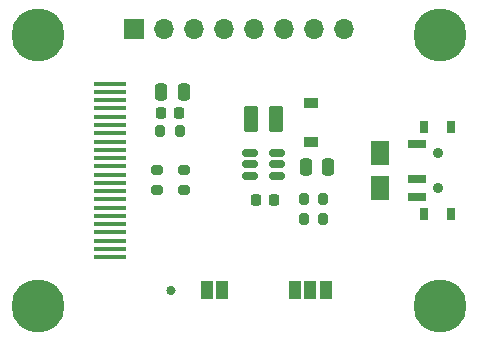
<source format=gbs>
%TF.GenerationSoftware,KiCad,Pcbnew,(6.0.1)*%
%TF.CreationDate,2022-01-22T22:46:41+08:00*%
%TF.ProjectId,PCB_OLED_OEL1M4033FPC_A1_E,5043425f-4f4c-4454-945f-4f454c314d34,0.9*%
%TF.SameCoordinates,Original*%
%TF.FileFunction,Soldermask,Bot*%
%TF.FilePolarity,Negative*%
%FSLAX46Y46*%
G04 Gerber Fmt 4.6, Leading zero omitted, Abs format (unit mm)*
G04 Created by KiCad (PCBNEW (6.0.1)) date 2022-01-22 22:46:41*
%MOMM*%
%LPD*%
G01*
G04 APERTURE LIST*
G04 Aperture macros list*
%AMRoundRect*
0 Rectangle with rounded corners*
0 $1 Rounding radius*
0 $2 $3 $4 $5 $6 $7 $8 $9 X,Y pos of 4 corners*
0 Add a 4 corners polygon primitive as box body*
4,1,4,$2,$3,$4,$5,$6,$7,$8,$9,$2,$3,0*
0 Add four circle primitives for the rounded corners*
1,1,$1+$1,$2,$3*
1,1,$1+$1,$4,$5*
1,1,$1+$1,$6,$7*
1,1,$1+$1,$8,$9*
0 Add four rect primitives between the rounded corners*
20,1,$1+$1,$2,$3,$4,$5,0*
20,1,$1+$1,$4,$5,$6,$7,0*
20,1,$1+$1,$6,$7,$8,$9,0*
20,1,$1+$1,$8,$9,$2,$3,0*%
%AMFreePoly0*
4,1,6,1.000000,0.000000,0.500000,-0.750000,-0.500000,-0.750000,-0.500000,0.750000,0.500000,0.750000,1.000000,0.000000,1.000000,0.000000,$1*%
G04 Aperture macros list end*
%ADD10C,0.381000*%
%ADD11C,3.100000*%
%ADD12C,4.500000*%
%ADD13RoundRect,0.225000X-0.225000X-0.250000X0.225000X-0.250000X0.225000X0.250000X-0.225000X0.250000X0*%
%ADD14RoundRect,0.250000X0.250000X0.475000X-0.250000X0.475000X-0.250000X-0.475000X0.250000X-0.475000X0*%
%ADD15R,1.000000X1.500000*%
%ADD16RoundRect,0.200000X0.275000X-0.200000X0.275000X0.200000X-0.275000X0.200000X-0.275000X-0.200000X0*%
%ADD17RoundRect,0.200000X0.200000X0.275000X-0.200000X0.275000X-0.200000X-0.275000X0.200000X-0.275000X0*%
%ADD18R,1.200000X0.900000*%
%ADD19R,1.700000X1.700000*%
%ADD20O,1.700000X1.700000*%
%ADD21R,0.800000X1.000000*%
%ADD22C,0.900000*%
%ADD23R,1.500000X0.700000*%
%ADD24RoundRect,0.250000X-0.250000X-0.475000X0.250000X-0.475000X0.250000X0.475000X-0.250000X0.475000X0*%
%ADD25R,2.800000X0.400000*%
%ADD26RoundRect,0.200000X-0.200000X-0.275000X0.200000X-0.275000X0.200000X0.275000X-0.200000X0.275000X0*%
%ADD27R,1.500000X1.500000*%
%ADD28FreePoly0,270.000000*%
%ADD29FreePoly0,90.000000*%
%ADD30RoundRect,0.250000X-0.375000X-0.850000X0.375000X-0.850000X0.375000X0.850000X-0.375000X0.850000X0*%
%ADD31RoundRect,0.150000X0.512500X0.150000X-0.512500X0.150000X-0.512500X-0.150000X0.512500X-0.150000X0*%
G04 APERTURE END LIST*
D10*
X103949500Y-57658000D02*
G75*
G03*
X103949500Y-57658000I-190500J0D01*
G01*
D11*
%TO.C,REF\u002A\u002A*%
X92500000Y-59000000D03*
D12*
X92500000Y-59000000D03*
%TD*%
D11*
%TO.C,REF\u002A\u002A*%
X126500000Y-59000000D03*
D12*
X126500000Y-59000000D03*
%TD*%
%TO.C,REF\u002A\u002A*%
X126500000Y-36000000D03*
D11*
X126500000Y-36000000D03*
%TD*%
%TO.C,REF\u002A\u002A*%
X92500000Y-36000000D03*
D12*
X92500000Y-36000000D03*
%TD*%
D13*
%TO.C,C2*%
X110924000Y-50038000D03*
X112474000Y-50038000D03*
%TD*%
D14*
%TO.C,C1*%
X117094000Y-47244000D03*
X115194000Y-47244000D03*
%TD*%
D15*
%TO.C,JP3*%
X108092000Y-57658000D03*
X106792000Y-57658000D03*
%TD*%
D16*
%TO.C,R3*%
X102616000Y-49149000D03*
X102616000Y-47499000D03*
%TD*%
%TO.C,R4*%
X104902000Y-49149000D03*
X104902000Y-47499000D03*
%TD*%
D17*
%TO.C,R1*%
X116651000Y-51587400D03*
X115001000Y-51587400D03*
%TD*%
D13*
%TO.C,C3*%
X102920800Y-42646600D03*
X104470800Y-42646600D03*
%TD*%
D18*
%TO.C,D1*%
X115636000Y-45084000D03*
X115636000Y-41784000D03*
%TD*%
D19*
%TO.C,J1*%
X100625000Y-35500000D03*
D20*
X103165000Y-35500000D03*
X105705000Y-35500000D03*
X108245000Y-35500000D03*
X110785000Y-35500000D03*
X113325000Y-35500000D03*
X115865000Y-35500000D03*
X118405000Y-35500000D03*
%TD*%
D21*
%TO.C,SW1*%
X125220000Y-43850000D03*
X125220000Y-51150000D03*
X127430000Y-43850000D03*
D22*
X126330000Y-49000000D03*
D21*
X127430000Y-51150000D03*
D22*
X126330000Y-46000000D03*
D23*
X124570000Y-45250000D03*
X124570000Y-48250000D03*
X124570000Y-49750000D03*
%TD*%
D24*
%TO.C,C4*%
X102936000Y-40894000D03*
X104836000Y-40894000D03*
%TD*%
D25*
%TO.C,J2*%
X98625000Y-54850000D03*
X98625000Y-54150000D03*
X98625000Y-53450000D03*
X98625000Y-52750000D03*
X98625000Y-52050000D03*
X98625000Y-51350000D03*
X98625000Y-50650000D03*
X98625000Y-49950000D03*
X98625000Y-49250000D03*
X98625000Y-48550000D03*
X98625000Y-47850000D03*
X98625000Y-47150000D03*
X98625000Y-46450000D03*
X98625000Y-45750000D03*
X98625000Y-45050000D03*
X98625000Y-44350000D03*
X98625000Y-43650000D03*
X98625000Y-42950000D03*
X98625000Y-42250000D03*
X98625000Y-41550000D03*
X98625000Y-40850000D03*
X98625000Y-40150000D03*
%TD*%
D26*
%TO.C,R2*%
X115001000Y-49911000D03*
X116651000Y-49911000D03*
%TD*%
%TO.C,R5*%
X102870000Y-44196000D03*
X104520000Y-44196000D03*
%TD*%
D27*
%TO.C,JP2*%
X121500000Y-48700000D03*
X121500000Y-46300000D03*
D28*
X121500000Y-45500000D03*
D29*
X121500000Y-49500000D03*
%TD*%
D30*
%TO.C,L1*%
X110497000Y-43180000D03*
X112647000Y-43180000D03*
%TD*%
D31*
%TO.C,U1*%
X112709500Y-46040000D03*
X112709500Y-46990000D03*
X112709500Y-47940000D03*
X110434500Y-47940000D03*
X110434500Y-46990000D03*
X110434501Y-46039989D03*
%TD*%
D15*
%TO.C,JP1*%
X116870000Y-57658000D03*
X115570000Y-57658000D03*
X114270000Y-57658000D03*
%TD*%
M02*

</source>
